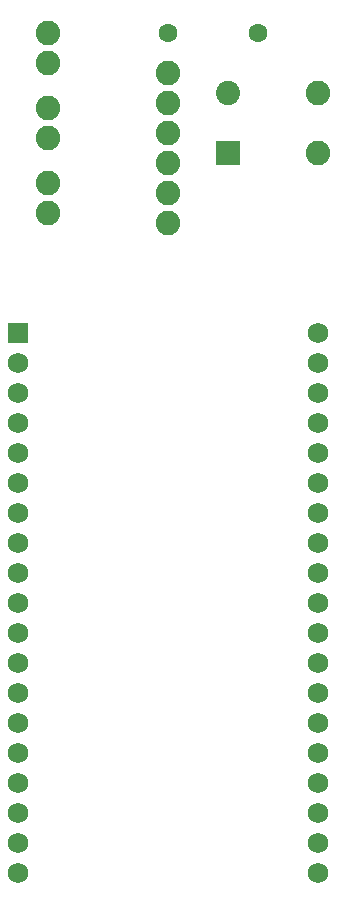
<source format=gts>
%FSTAX23Y23*%
%MOIN*%
%SFA1B1*%

%IPPOS*%
%ADD14C,0.082000*%
%ADD15R,0.080830X0.080830*%
%ADD16C,0.080830*%
%ADD17C,0.063120*%
%ADD18C,0.068240*%
%ADD19R,0.068240X0.068240*%
%LNpcb1-1*%
%LPD*%
G54D14*
X002Y029D03*
Y028D03*
Y024D03*
Y023D03*
Y0265D03*
Y0255D03*
X011Y025D03*
Y027D03*
X006Y02268D03*
Y02368D03*
Y02468D03*
Y02568D03*
Y02668D03*
Y02768D03*
G54D15*
X008Y025D03*
G54D16*
X008Y027D03*
G54D17*
X006Y029D03*
X009D03*
G54D18*
X011Y019D03*
Y018D03*
Y017D03*
Y016D03*
Y015D03*
Y014D03*
Y013D03*
Y012D03*
Y011D03*
Y01D03*
Y009D03*
Y008D03*
Y007D03*
Y006D03*
Y005D03*
Y004D03*
Y003D03*
Y002D03*
Y001D03*
X001D03*
Y002D03*
Y003D03*
Y004D03*
Y005D03*
Y006D03*
Y007D03*
Y008D03*
Y009D03*
Y01D03*
Y011D03*
Y012D03*
Y013D03*
Y014D03*
Y015D03*
Y016D03*
Y017D03*
Y018D03*
G54D19*
X001Y019D03*
M02*
</source>
